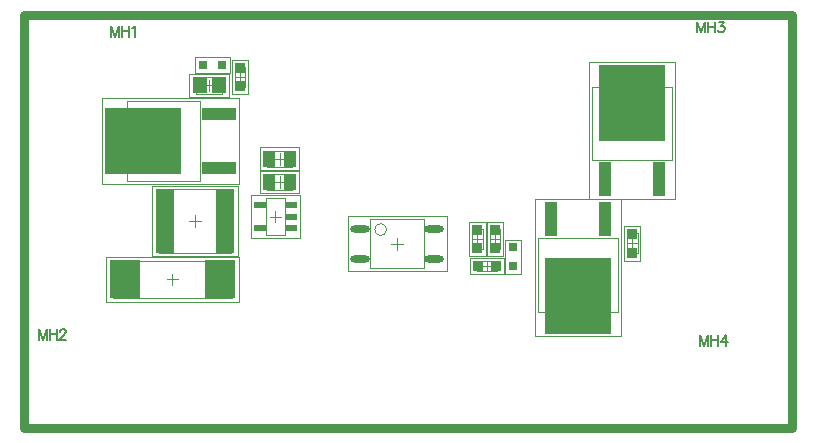
<source format=gtp>
G04*
G04 #@! TF.GenerationSoftware,Altium Limited,Altium Designer,18.1.11 (251)*
G04*
G04 Layer_Color=8421504*
%FSLAX25Y25*%
%MOIN*%
G70*
G01*
G75*
%ADD13C,0.00197*%
%ADD15C,0.00650*%
%ADD16C,0.03000*%
%ADD17C,0.00394*%
%ADD18R,0.04134X0.02362*%
%ADD19R,0.03937X0.05315*%
%ADD20R,0.03543X0.03347*%
%ADD21R,0.03150X0.03150*%
%ADD22R,0.10197X0.12756*%
%ADD23R,0.11811X0.03937*%
%ADD24R,0.25197X0.21850*%
%ADD25R,0.06496X0.21260*%
%ADD26R,0.05118X0.05709*%
%ADD27O,0.06496X0.02362*%
%ADD28R,0.03150X0.03150*%
%ADD29R,0.03937X0.11811*%
%ADD30R,0.21850X0.25197*%
%ADD31R,0.03347X0.03543*%
D13*
X75590Y77756D02*
X92126D01*
X75590Y63189D02*
X92126D01*
X75590D02*
Y77756D01*
X92126Y63189D02*
Y77756D01*
X91780Y78150D02*
Y85630D01*
X78787Y78150D02*
Y85630D01*
Y78150D02*
X91780D01*
X78787Y85630D02*
X91780D01*
X74756Y111343D02*
Y122760D01*
X69244Y111343D02*
Y122760D01*
X74756D01*
X69244Y111343D02*
X74756D01*
X57142Y118441D02*
X68362D01*
X68559D02*
Y123559D01*
X57142D02*
X68362D01*
X57142Y118441D02*
Y123559D01*
X27468Y42020D02*
Y56980D01*
X71563Y42020D02*
Y56980D01*
X27468D02*
X71563D01*
X27468Y42020D02*
X71563D01*
X25984Y109941D02*
X71653D01*
X25984Y81398D02*
X71653D01*
X25984D02*
Y109941D01*
X71653Y81398D02*
Y109941D01*
X42630Y80614D02*
X71370D01*
X42630Y57386D02*
X71370D01*
X42630D02*
Y80614D01*
X71370Y57386D02*
Y80614D01*
X55118Y110236D02*
X68504D01*
X55118Y118110D02*
X68504D01*
Y110236D02*
Y118110D01*
X55118Y110236D02*
Y118110D01*
X107874Y52165D02*
X140945D01*
X107874Y70669D02*
X140945D01*
Y52165D02*
Y70669D01*
X107874Y52165D02*
Y70669D01*
X160433Y51378D02*
X165551D01*
X160433D02*
Y62598D01*
Y62795D02*
X165551D01*
Y51378D02*
Y62598D01*
X217028Y76378D02*
Y122047D01*
X188484Y76378D02*
Y122047D01*
X217028D01*
X188484Y76378D02*
X217028D01*
X170374Y30512D02*
Y76181D01*
X198917Y30512D02*
Y76181D01*
X170374Y30512D02*
X198917D01*
X170374Y76181D02*
X198917D01*
X200000Y55807D02*
Y67224D01*
X205512Y55807D02*
Y67224D01*
X200000Y55807D02*
X205512D01*
X200000Y67224D02*
X205512D01*
X78787Y86024D02*
Y93504D01*
X91780Y86024D02*
Y93504D01*
X78787D02*
X91780D01*
X78787Y86024D02*
X91780D01*
X153937Y57284D02*
Y68701D01*
X148425Y57284D02*
Y68701D01*
X153937D01*
X148425Y57284D02*
X153937D01*
X160039Y51181D02*
Y56693D01*
X148622Y51181D02*
Y56693D01*
Y51181D02*
X160039D01*
X148622Y56693D02*
X160039D01*
X154331Y68799D02*
X159843D01*
X154331Y57382D02*
X159843D01*
Y68799D01*
X154331Y57382D02*
Y68799D01*
D15*
X225385Y30878D02*
Y27379D01*
Y30878D02*
X226718Y27379D01*
X228051Y30878D02*
X226718Y27379D01*
X228051Y30878D02*
Y27379D01*
X229051Y30878D02*
Y27379D01*
X231383Y30878D02*
Y27379D01*
X229051Y29212D02*
X231383D01*
X234016Y30878D02*
X232350Y28545D01*
X234849D01*
X234016Y30878D02*
Y27379D01*
X224380Y135393D02*
Y131894D01*
Y135393D02*
X225713Y131894D01*
X227046Y135393D02*
X225713Y131894D01*
X227046Y135393D02*
Y131894D01*
X228046Y135393D02*
Y131894D01*
X230379Y135393D02*
Y131894D01*
X228046Y133727D02*
X230379D01*
X231678Y135393D02*
X233511D01*
X232511Y134060D01*
X233011D01*
X233345Y133893D01*
X233511Y133727D01*
X233678Y133227D01*
Y132893D01*
X233511Y132393D01*
X233178Y132060D01*
X232678Y131894D01*
X232178D01*
X231678Y132060D01*
X231512Y132227D01*
X231345Y132560D01*
X4891Y32873D02*
Y29374D01*
Y32873D02*
X6224Y29374D01*
X7557Y32873D02*
X6224Y29374D01*
X7557Y32873D02*
Y29374D01*
X8557Y32873D02*
Y29374D01*
X10890Y32873D02*
Y29374D01*
X8557Y31207D02*
X10890D01*
X12023Y32040D02*
Y32207D01*
X12190Y32540D01*
X12356Y32707D01*
X12689Y32873D01*
X13356D01*
X13689Y32707D01*
X13856Y32540D01*
X14023Y32207D01*
Y31874D01*
X13856Y31540D01*
X13523Y31040D01*
X11856Y29374D01*
X14189D01*
X29097Y133873D02*
Y130374D01*
Y133873D02*
X30430Y130374D01*
X31763Y133873D02*
X30430Y130374D01*
X31763Y133873D02*
Y130374D01*
X32763Y133873D02*
Y130374D01*
X35096Y133873D02*
Y130374D01*
X32763Y132207D02*
X35096D01*
X36062Y133207D02*
X36395Y133373D01*
X36895Y133873D01*
Y130374D01*
D16*
X0Y137795D02*
X255906D01*
X0Y0D02*
Y137795D01*
X255906Y0D02*
Y137795D01*
X0Y0D02*
X255906D01*
D17*
X120866Y66142D02*
G03*
X120866Y66142I-1969J0D01*
G01*
X80610Y76673D02*
X87106D01*
X80610Y64272D02*
X87106D01*
X80610D02*
Y76673D01*
X87106Y64272D02*
Y76673D01*
X89417Y79232D02*
Y84547D01*
X81150Y79232D02*
Y84547D01*
Y79232D02*
X89417D01*
X81150Y84547D02*
X89417D01*
X73772Y113705D02*
Y120398D01*
X70228Y113705D02*
Y120398D01*
X73772D01*
X70228Y113705D02*
X73772D01*
X29831Y43201D02*
Y55799D01*
X69201Y43201D02*
Y55799D01*
X29831D02*
X69201D01*
X29831Y43201D02*
X69201D01*
X34252Y108957D02*
X58661D01*
X34252Y82382D02*
X58661D01*
X34252D02*
Y108957D01*
X58661Y82382D02*
Y108957D01*
X44992Y79630D02*
X69008D01*
X44992Y58370D02*
X69008D01*
X44992D02*
Y79630D01*
X69008Y58370D02*
Y79630D01*
X57480Y111319D02*
X66142D01*
X57480Y117028D02*
X66142D01*
Y111319D02*
Y117028D01*
X57480Y111319D02*
Y117028D01*
X115354Y53150D02*
X133465D01*
X115354Y69685D02*
X133465D01*
Y53150D02*
Y69685D01*
X115354Y53150D02*
Y69685D01*
X216043Y89370D02*
Y113779D01*
X189469Y89370D02*
Y113779D01*
X216043D01*
X189469Y89370D02*
X216043D01*
X171358Y38780D02*
Y63189D01*
X197933Y38780D02*
Y63189D01*
X171358Y38780D02*
X197933D01*
X171358Y63189D02*
X197933D01*
X200984Y58169D02*
Y64862D01*
X204527Y58169D02*
Y64862D01*
X200984Y58169D02*
X204527D01*
X200984Y64862D02*
X204527D01*
X81150Y87106D02*
Y92421D01*
X89417Y87106D02*
Y92421D01*
X81150D02*
X89417D01*
X81150Y87106D02*
X89417D01*
X152953Y59646D02*
Y66339D01*
X149409Y59646D02*
Y66339D01*
X152953D01*
X149409Y59646D02*
X152953D01*
X157677Y52165D02*
Y55709D01*
X150984Y52165D02*
Y55709D01*
Y52165D02*
X157677D01*
X150984Y55709D02*
X157677D01*
X155315Y66437D02*
X158858D01*
X155315Y59744D02*
X158858D01*
Y66437D01*
X155315Y59744D02*
Y66437D01*
X83858Y68504D02*
Y72441D01*
X81890Y70472D02*
X85827D01*
X83315Y81890D02*
X87252D01*
X85283Y79921D02*
Y83858D01*
X70228Y117051D02*
X73772D01*
X72000Y115279D02*
Y118823D01*
X47547Y49500D02*
X51484D01*
X49516Y47532D02*
Y51468D01*
X48819Y93701D02*
Y97638D01*
X46850Y95669D02*
X50787D01*
X57000Y67032D02*
Y70969D01*
X55032Y69000D02*
X58969D01*
X61811Y112205D02*
Y116142D01*
X59842Y114173D02*
X63779D01*
X124409Y59449D02*
Y63386D01*
X122441Y61417D02*
X126378D01*
X200787Y99213D02*
X204724D01*
X202756Y97244D02*
Y101181D01*
X182677Y53347D02*
X186614D01*
X184646Y51378D02*
Y55315D01*
X200984Y61516D02*
X204527D01*
X202756Y59744D02*
Y63287D01*
X83315Y89764D02*
X87252D01*
X85283Y87795D02*
Y91732D01*
X149409Y62992D02*
X152953D01*
X151181Y61221D02*
Y64764D01*
X152559Y53937D02*
X156102D01*
X154331Y52165D02*
Y55709D01*
X157087Y61319D02*
Y64862D01*
X155315Y63090D02*
X158858D01*
D18*
X78543Y66732D02*
D03*
Y74213D02*
D03*
X89173D02*
D03*
Y70472D02*
D03*
Y66732D02*
D03*
D19*
X88827Y81890D02*
D03*
X81740D02*
D03*
X81740Y89764D02*
D03*
X88827D02*
D03*
D20*
X72000Y120102D02*
D03*
Y114000D02*
D03*
X202756Y58465D02*
D03*
Y64567D02*
D03*
X151181Y66043D02*
D03*
Y59941D02*
D03*
X157087Y66142D02*
D03*
Y60039D02*
D03*
D21*
X59701Y121000D02*
D03*
X66000D02*
D03*
D22*
X33531Y49500D02*
D03*
X65500D02*
D03*
D23*
X64961Y104685D02*
D03*
Y86654D02*
D03*
D24*
X39567Y95669D02*
D03*
D25*
X46862Y69000D02*
D03*
X67138D02*
D03*
D26*
X64961Y114173D02*
D03*
X58661D02*
D03*
D27*
X136713Y66417D02*
D03*
X112106Y56417D02*
D03*
Y66417D02*
D03*
X136713Y56417D02*
D03*
D28*
X162992Y60236D02*
D03*
Y53937D02*
D03*
D29*
X193740Y83071D02*
D03*
X211772D02*
D03*
X193661Y69488D02*
D03*
X175630D02*
D03*
D30*
X202756Y108465D02*
D03*
X184646Y44094D02*
D03*
D31*
X151279Y53937D02*
D03*
X157382D02*
D03*
M02*

</source>
